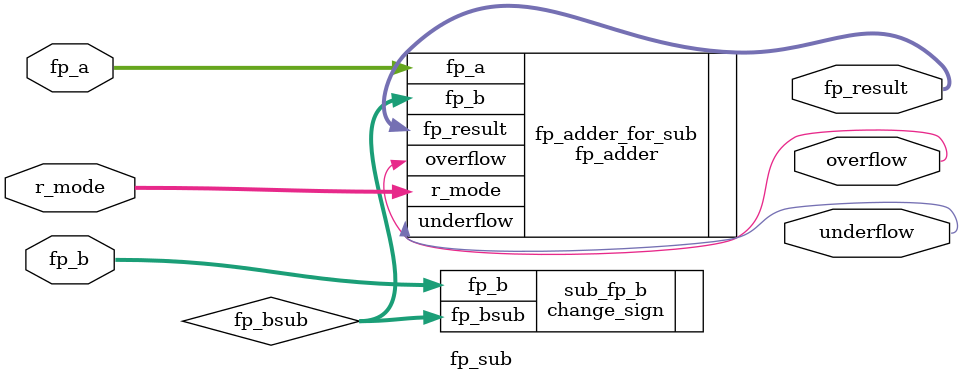
<source format=sv>
/****************************************************************************************
 * Archivo       : fp_sub.sv
 * Proyecto      : Unidad en punto flotante estandar IEEE 754
 * Autor         : Samuel Cabrera A
 * Fecha         : 1S 2025
 * Descripción   : Implementa la operación de resta en punto flotante bajo el estándar 
                   IEEE 754 simple precisión. La operación A - B se realiza convirtiendo el operando B 
                   a su valor negado (-B) y luego reutilizando el módulo de suma `fp_adder` para 
                   realizar A + (-B), aprovechando toda la lógica de alineación, normalización y redondeo.
 * Instancias    : fp_alu, fp_sub, fp_madd, fp_msub
 ****************************************************************************************/


module fp_sub (
    input  logic [31:0] fp_a,       // Operando A en formato IEEE 754
    input  logic [31:0] fp_b,       // Operando B en formato IEEE 754
    input  logic [2:0]  r_mode,     // Modo de redondeo IEEE 754 

    output logic [31:0] fp_result,  // Resultado final de la suma
    output logic        overflow,   // Bandera de overflow
    output logic        underflow   // Bandera de underflow
);
    // Señales intermedias
    logic [31:0]        fp_bsub;

    ///////////////////////////////////////////////////////
    // Etapa 1: inversión de signo del operando B (B => -B)
    ///////////////////////////////////////////////////////
    change_sign sub_fp_b (
        .fp_b      (fp_b),
        .fp_bsub   (fp_bsub)
    );

    /////////////////////////////////////////////////////////////////
    // Etapa 2: Instancia del sumador para realizar A + (-B) = A - B
    /////////////////////////////////////////////////////////////////
    fp_adder fp_adder_for_sub (
        .fp_a      (fp_a),
        .fp_b      (fp_bsub),
        .r_mode    (r_mode),
        .fp_result (fp_result),
        .overflow  (overflow),
        .underflow (underflow)
    );


endmodule

</source>
